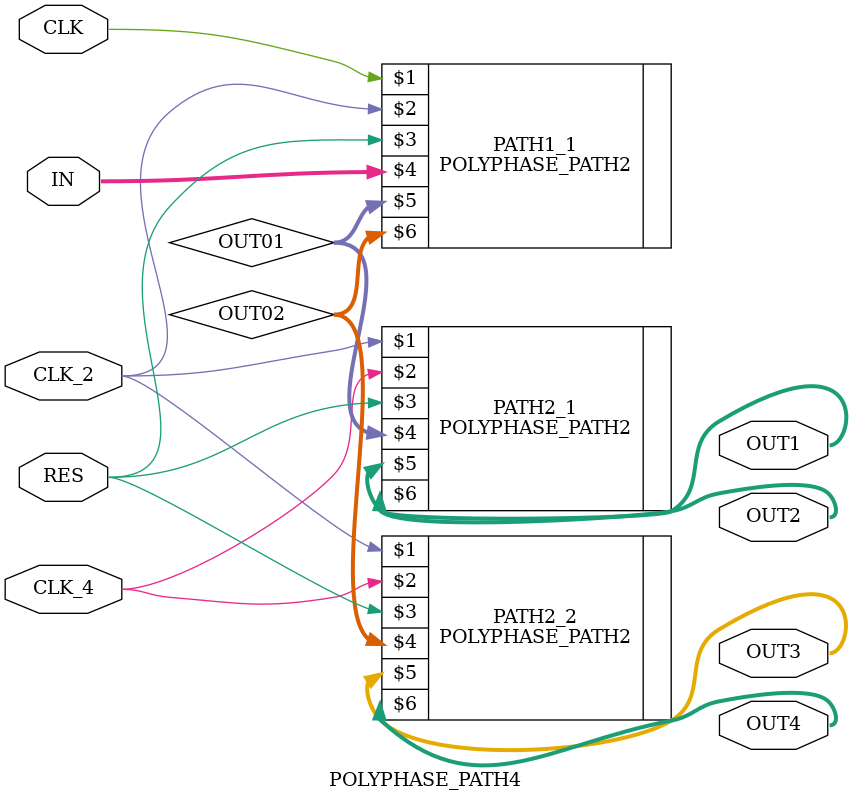
<source format=v>

module POLYPHASE_PATH4 (CLK, CLK_2, CLK_4, RES, IN, OUT1, OUT2, OUT3, OUT4);

	 parameter BW = 11;

	 input CLK, CLK_2, CLK_4, RES;
	 input signed [BW-1:0] IN;
	 output signed [BW-1:0] OUT1, OUT2, OUT3, OUT4;

	 wire signed [BW-1:0] OUT01, OUT02;

	POLYPHASE_PATH2 PATH1_1 (CLK, CLK_2, RES, IN, OUT01, OUT02),
                       PATH2_1 (CLK_2, CLK_4, RES, OUT01, OUT1, OUT2),
                       PATH2_2 (CLK_2, CLK_4, RES, OUT02, OUT3, OUT4);

endmodule

</source>
